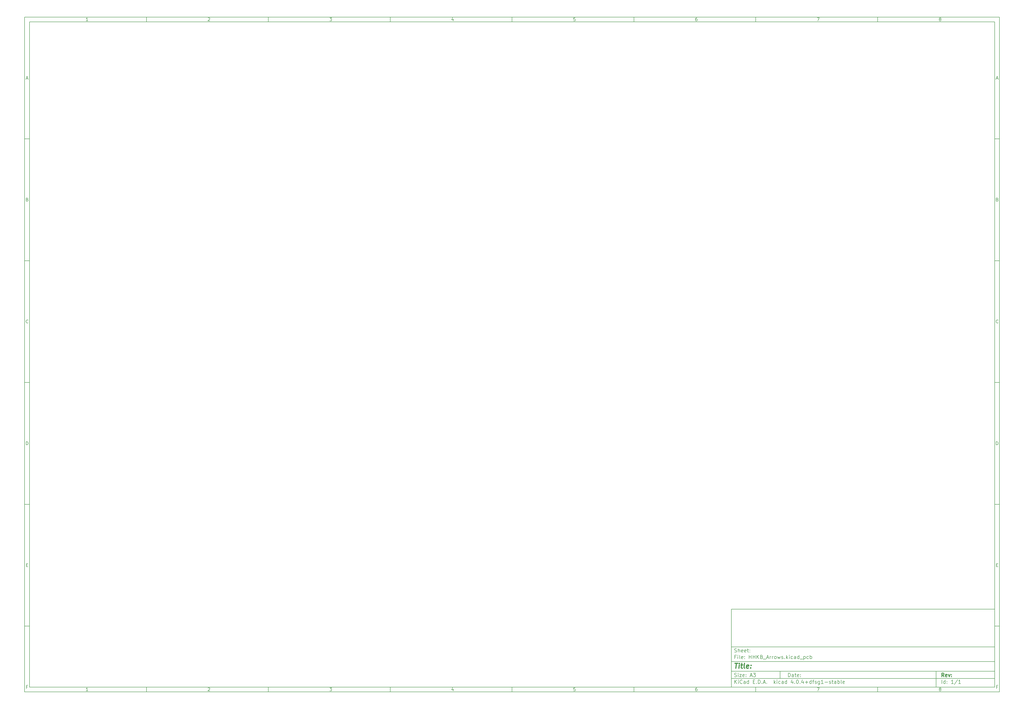
<source format=gbr>
G04 #@! TF.FileFunction,Other,Fab,Bot*
%FSLAX46Y46*%
G04 Gerber Fmt 4.6, Leading zero omitted, Abs format (unit mm)*
G04 Created by KiCad (PCBNEW 4.0.4+dfsg1-stable) date Tue Nov  8 21:14:36 2016*
%MOMM*%
%LPD*%
G01*
G04 APERTURE LIST*
%ADD10C,0.100000*%
%ADD11C,0.150000*%
%ADD12C,0.300000*%
%ADD13C,0.400000*%
G04 APERTURE END LIST*
D10*
D11*
X299989000Y-253002200D02*
X299989000Y-285002200D01*
X407989000Y-285002200D01*
X407989000Y-253002200D01*
X299989000Y-253002200D01*
D10*
D11*
X10000000Y-10000000D02*
X10000000Y-287002200D01*
X409989000Y-287002200D01*
X409989000Y-10000000D01*
X10000000Y-10000000D01*
D10*
D11*
X12000000Y-12000000D02*
X12000000Y-285002200D01*
X407989000Y-285002200D01*
X407989000Y-12000000D01*
X12000000Y-12000000D01*
D10*
D11*
X60000000Y-12000000D02*
X60000000Y-10000000D01*
D10*
D11*
X110000000Y-12000000D02*
X110000000Y-10000000D01*
D10*
D11*
X160000000Y-12000000D02*
X160000000Y-10000000D01*
D10*
D11*
X210000000Y-12000000D02*
X210000000Y-10000000D01*
D10*
D11*
X260000000Y-12000000D02*
X260000000Y-10000000D01*
D10*
D11*
X310000000Y-12000000D02*
X310000000Y-10000000D01*
D10*
D11*
X360000000Y-12000000D02*
X360000000Y-10000000D01*
D10*
D11*
X35990476Y-11588095D02*
X35247619Y-11588095D01*
X35619048Y-11588095D02*
X35619048Y-10288095D01*
X35495238Y-10473810D01*
X35371429Y-10597619D01*
X35247619Y-10659524D01*
D10*
D11*
X85247619Y-10411905D02*
X85309524Y-10350000D01*
X85433333Y-10288095D01*
X85742857Y-10288095D01*
X85866667Y-10350000D01*
X85928571Y-10411905D01*
X85990476Y-10535714D01*
X85990476Y-10659524D01*
X85928571Y-10845238D01*
X85185714Y-11588095D01*
X85990476Y-11588095D01*
D10*
D11*
X135185714Y-10288095D02*
X135990476Y-10288095D01*
X135557143Y-10783333D01*
X135742857Y-10783333D01*
X135866667Y-10845238D01*
X135928571Y-10907143D01*
X135990476Y-11030952D01*
X135990476Y-11340476D01*
X135928571Y-11464286D01*
X135866667Y-11526190D01*
X135742857Y-11588095D01*
X135371429Y-11588095D01*
X135247619Y-11526190D01*
X135185714Y-11464286D01*
D10*
D11*
X185866667Y-10721429D02*
X185866667Y-11588095D01*
X185557143Y-10226190D02*
X185247619Y-11154762D01*
X186052381Y-11154762D01*
D10*
D11*
X235928571Y-10288095D02*
X235309524Y-10288095D01*
X235247619Y-10907143D01*
X235309524Y-10845238D01*
X235433333Y-10783333D01*
X235742857Y-10783333D01*
X235866667Y-10845238D01*
X235928571Y-10907143D01*
X235990476Y-11030952D01*
X235990476Y-11340476D01*
X235928571Y-11464286D01*
X235866667Y-11526190D01*
X235742857Y-11588095D01*
X235433333Y-11588095D01*
X235309524Y-11526190D01*
X235247619Y-11464286D01*
D10*
D11*
X285866667Y-10288095D02*
X285619048Y-10288095D01*
X285495238Y-10350000D01*
X285433333Y-10411905D01*
X285309524Y-10597619D01*
X285247619Y-10845238D01*
X285247619Y-11340476D01*
X285309524Y-11464286D01*
X285371429Y-11526190D01*
X285495238Y-11588095D01*
X285742857Y-11588095D01*
X285866667Y-11526190D01*
X285928571Y-11464286D01*
X285990476Y-11340476D01*
X285990476Y-11030952D01*
X285928571Y-10907143D01*
X285866667Y-10845238D01*
X285742857Y-10783333D01*
X285495238Y-10783333D01*
X285371429Y-10845238D01*
X285309524Y-10907143D01*
X285247619Y-11030952D01*
D10*
D11*
X335185714Y-10288095D02*
X336052381Y-10288095D01*
X335495238Y-11588095D01*
D10*
D11*
X385495238Y-10845238D02*
X385371429Y-10783333D01*
X385309524Y-10721429D01*
X385247619Y-10597619D01*
X385247619Y-10535714D01*
X385309524Y-10411905D01*
X385371429Y-10350000D01*
X385495238Y-10288095D01*
X385742857Y-10288095D01*
X385866667Y-10350000D01*
X385928571Y-10411905D01*
X385990476Y-10535714D01*
X385990476Y-10597619D01*
X385928571Y-10721429D01*
X385866667Y-10783333D01*
X385742857Y-10845238D01*
X385495238Y-10845238D01*
X385371429Y-10907143D01*
X385309524Y-10969048D01*
X385247619Y-11092857D01*
X385247619Y-11340476D01*
X385309524Y-11464286D01*
X385371429Y-11526190D01*
X385495238Y-11588095D01*
X385742857Y-11588095D01*
X385866667Y-11526190D01*
X385928571Y-11464286D01*
X385990476Y-11340476D01*
X385990476Y-11092857D01*
X385928571Y-10969048D01*
X385866667Y-10907143D01*
X385742857Y-10845238D01*
D10*
D11*
X60000000Y-285002200D02*
X60000000Y-287002200D01*
D10*
D11*
X110000000Y-285002200D02*
X110000000Y-287002200D01*
D10*
D11*
X160000000Y-285002200D02*
X160000000Y-287002200D01*
D10*
D11*
X210000000Y-285002200D02*
X210000000Y-287002200D01*
D10*
D11*
X260000000Y-285002200D02*
X260000000Y-287002200D01*
D10*
D11*
X310000000Y-285002200D02*
X310000000Y-287002200D01*
D10*
D11*
X360000000Y-285002200D02*
X360000000Y-287002200D01*
D10*
D11*
X35990476Y-286590295D02*
X35247619Y-286590295D01*
X35619048Y-286590295D02*
X35619048Y-285290295D01*
X35495238Y-285476010D01*
X35371429Y-285599819D01*
X35247619Y-285661724D01*
D10*
D11*
X85247619Y-285414105D02*
X85309524Y-285352200D01*
X85433333Y-285290295D01*
X85742857Y-285290295D01*
X85866667Y-285352200D01*
X85928571Y-285414105D01*
X85990476Y-285537914D01*
X85990476Y-285661724D01*
X85928571Y-285847438D01*
X85185714Y-286590295D01*
X85990476Y-286590295D01*
D10*
D11*
X135185714Y-285290295D02*
X135990476Y-285290295D01*
X135557143Y-285785533D01*
X135742857Y-285785533D01*
X135866667Y-285847438D01*
X135928571Y-285909343D01*
X135990476Y-286033152D01*
X135990476Y-286342676D01*
X135928571Y-286466486D01*
X135866667Y-286528390D01*
X135742857Y-286590295D01*
X135371429Y-286590295D01*
X135247619Y-286528390D01*
X135185714Y-286466486D01*
D10*
D11*
X185866667Y-285723629D02*
X185866667Y-286590295D01*
X185557143Y-285228390D02*
X185247619Y-286156962D01*
X186052381Y-286156962D01*
D10*
D11*
X235928571Y-285290295D02*
X235309524Y-285290295D01*
X235247619Y-285909343D01*
X235309524Y-285847438D01*
X235433333Y-285785533D01*
X235742857Y-285785533D01*
X235866667Y-285847438D01*
X235928571Y-285909343D01*
X235990476Y-286033152D01*
X235990476Y-286342676D01*
X235928571Y-286466486D01*
X235866667Y-286528390D01*
X235742857Y-286590295D01*
X235433333Y-286590295D01*
X235309524Y-286528390D01*
X235247619Y-286466486D01*
D10*
D11*
X285866667Y-285290295D02*
X285619048Y-285290295D01*
X285495238Y-285352200D01*
X285433333Y-285414105D01*
X285309524Y-285599819D01*
X285247619Y-285847438D01*
X285247619Y-286342676D01*
X285309524Y-286466486D01*
X285371429Y-286528390D01*
X285495238Y-286590295D01*
X285742857Y-286590295D01*
X285866667Y-286528390D01*
X285928571Y-286466486D01*
X285990476Y-286342676D01*
X285990476Y-286033152D01*
X285928571Y-285909343D01*
X285866667Y-285847438D01*
X285742857Y-285785533D01*
X285495238Y-285785533D01*
X285371429Y-285847438D01*
X285309524Y-285909343D01*
X285247619Y-286033152D01*
D10*
D11*
X335185714Y-285290295D02*
X336052381Y-285290295D01*
X335495238Y-286590295D01*
D10*
D11*
X385495238Y-285847438D02*
X385371429Y-285785533D01*
X385309524Y-285723629D01*
X385247619Y-285599819D01*
X385247619Y-285537914D01*
X385309524Y-285414105D01*
X385371429Y-285352200D01*
X385495238Y-285290295D01*
X385742857Y-285290295D01*
X385866667Y-285352200D01*
X385928571Y-285414105D01*
X385990476Y-285537914D01*
X385990476Y-285599819D01*
X385928571Y-285723629D01*
X385866667Y-285785533D01*
X385742857Y-285847438D01*
X385495238Y-285847438D01*
X385371429Y-285909343D01*
X385309524Y-285971248D01*
X385247619Y-286095057D01*
X385247619Y-286342676D01*
X385309524Y-286466486D01*
X385371429Y-286528390D01*
X385495238Y-286590295D01*
X385742857Y-286590295D01*
X385866667Y-286528390D01*
X385928571Y-286466486D01*
X385990476Y-286342676D01*
X385990476Y-286095057D01*
X385928571Y-285971248D01*
X385866667Y-285909343D01*
X385742857Y-285847438D01*
D10*
D11*
X10000000Y-60000000D02*
X12000000Y-60000000D01*
D10*
D11*
X10000000Y-110000000D02*
X12000000Y-110000000D01*
D10*
D11*
X10000000Y-160000000D02*
X12000000Y-160000000D01*
D10*
D11*
X10000000Y-210000000D02*
X12000000Y-210000000D01*
D10*
D11*
X10000000Y-260000000D02*
X12000000Y-260000000D01*
D10*
D11*
X10690476Y-35216667D02*
X11309524Y-35216667D01*
X10566667Y-35588095D02*
X11000000Y-34288095D01*
X11433333Y-35588095D01*
D10*
D11*
X11092857Y-84907143D02*
X11278571Y-84969048D01*
X11340476Y-85030952D01*
X11402381Y-85154762D01*
X11402381Y-85340476D01*
X11340476Y-85464286D01*
X11278571Y-85526190D01*
X11154762Y-85588095D01*
X10659524Y-85588095D01*
X10659524Y-84288095D01*
X11092857Y-84288095D01*
X11216667Y-84350000D01*
X11278571Y-84411905D01*
X11340476Y-84535714D01*
X11340476Y-84659524D01*
X11278571Y-84783333D01*
X11216667Y-84845238D01*
X11092857Y-84907143D01*
X10659524Y-84907143D01*
D10*
D11*
X11402381Y-135464286D02*
X11340476Y-135526190D01*
X11154762Y-135588095D01*
X11030952Y-135588095D01*
X10845238Y-135526190D01*
X10721429Y-135402381D01*
X10659524Y-135278571D01*
X10597619Y-135030952D01*
X10597619Y-134845238D01*
X10659524Y-134597619D01*
X10721429Y-134473810D01*
X10845238Y-134350000D01*
X11030952Y-134288095D01*
X11154762Y-134288095D01*
X11340476Y-134350000D01*
X11402381Y-134411905D01*
D10*
D11*
X10659524Y-185588095D02*
X10659524Y-184288095D01*
X10969048Y-184288095D01*
X11154762Y-184350000D01*
X11278571Y-184473810D01*
X11340476Y-184597619D01*
X11402381Y-184845238D01*
X11402381Y-185030952D01*
X11340476Y-185278571D01*
X11278571Y-185402381D01*
X11154762Y-185526190D01*
X10969048Y-185588095D01*
X10659524Y-185588095D01*
D10*
D11*
X10721429Y-234907143D02*
X11154762Y-234907143D01*
X11340476Y-235588095D02*
X10721429Y-235588095D01*
X10721429Y-234288095D01*
X11340476Y-234288095D01*
D10*
D11*
X11185714Y-284907143D02*
X10752381Y-284907143D01*
X10752381Y-285588095D02*
X10752381Y-284288095D01*
X11371428Y-284288095D01*
D10*
D11*
X409989000Y-60000000D02*
X407989000Y-60000000D01*
D10*
D11*
X409989000Y-110000000D02*
X407989000Y-110000000D01*
D10*
D11*
X409989000Y-160000000D02*
X407989000Y-160000000D01*
D10*
D11*
X409989000Y-210000000D02*
X407989000Y-210000000D01*
D10*
D11*
X409989000Y-260000000D02*
X407989000Y-260000000D01*
D10*
D11*
X408679476Y-35216667D02*
X409298524Y-35216667D01*
X408555667Y-35588095D02*
X408989000Y-34288095D01*
X409422333Y-35588095D01*
D10*
D11*
X409081857Y-84907143D02*
X409267571Y-84969048D01*
X409329476Y-85030952D01*
X409391381Y-85154762D01*
X409391381Y-85340476D01*
X409329476Y-85464286D01*
X409267571Y-85526190D01*
X409143762Y-85588095D01*
X408648524Y-85588095D01*
X408648524Y-84288095D01*
X409081857Y-84288095D01*
X409205667Y-84350000D01*
X409267571Y-84411905D01*
X409329476Y-84535714D01*
X409329476Y-84659524D01*
X409267571Y-84783333D01*
X409205667Y-84845238D01*
X409081857Y-84907143D01*
X408648524Y-84907143D01*
D10*
D11*
X409391381Y-135464286D02*
X409329476Y-135526190D01*
X409143762Y-135588095D01*
X409019952Y-135588095D01*
X408834238Y-135526190D01*
X408710429Y-135402381D01*
X408648524Y-135278571D01*
X408586619Y-135030952D01*
X408586619Y-134845238D01*
X408648524Y-134597619D01*
X408710429Y-134473810D01*
X408834238Y-134350000D01*
X409019952Y-134288095D01*
X409143762Y-134288095D01*
X409329476Y-134350000D01*
X409391381Y-134411905D01*
D10*
D11*
X408648524Y-185588095D02*
X408648524Y-184288095D01*
X408958048Y-184288095D01*
X409143762Y-184350000D01*
X409267571Y-184473810D01*
X409329476Y-184597619D01*
X409391381Y-184845238D01*
X409391381Y-185030952D01*
X409329476Y-185278571D01*
X409267571Y-185402381D01*
X409143762Y-185526190D01*
X408958048Y-185588095D01*
X408648524Y-185588095D01*
D10*
D11*
X408710429Y-234907143D02*
X409143762Y-234907143D01*
X409329476Y-235588095D02*
X408710429Y-235588095D01*
X408710429Y-234288095D01*
X409329476Y-234288095D01*
D10*
D11*
X409174714Y-284907143D02*
X408741381Y-284907143D01*
X408741381Y-285588095D02*
X408741381Y-284288095D01*
X409360428Y-284288095D01*
D10*
D11*
X323346143Y-280780771D02*
X323346143Y-279280771D01*
X323703286Y-279280771D01*
X323917571Y-279352200D01*
X324060429Y-279495057D01*
X324131857Y-279637914D01*
X324203286Y-279923629D01*
X324203286Y-280137914D01*
X324131857Y-280423629D01*
X324060429Y-280566486D01*
X323917571Y-280709343D01*
X323703286Y-280780771D01*
X323346143Y-280780771D01*
X325489000Y-280780771D02*
X325489000Y-279995057D01*
X325417571Y-279852200D01*
X325274714Y-279780771D01*
X324989000Y-279780771D01*
X324846143Y-279852200D01*
X325489000Y-280709343D02*
X325346143Y-280780771D01*
X324989000Y-280780771D01*
X324846143Y-280709343D01*
X324774714Y-280566486D01*
X324774714Y-280423629D01*
X324846143Y-280280771D01*
X324989000Y-280209343D01*
X325346143Y-280209343D01*
X325489000Y-280137914D01*
X325989000Y-279780771D02*
X326560429Y-279780771D01*
X326203286Y-279280771D02*
X326203286Y-280566486D01*
X326274714Y-280709343D01*
X326417572Y-280780771D01*
X326560429Y-280780771D01*
X327631857Y-280709343D02*
X327489000Y-280780771D01*
X327203286Y-280780771D01*
X327060429Y-280709343D01*
X326989000Y-280566486D01*
X326989000Y-279995057D01*
X327060429Y-279852200D01*
X327203286Y-279780771D01*
X327489000Y-279780771D01*
X327631857Y-279852200D01*
X327703286Y-279995057D01*
X327703286Y-280137914D01*
X326989000Y-280280771D01*
X328346143Y-280637914D02*
X328417571Y-280709343D01*
X328346143Y-280780771D01*
X328274714Y-280709343D01*
X328346143Y-280637914D01*
X328346143Y-280780771D01*
X328346143Y-279852200D02*
X328417571Y-279923629D01*
X328346143Y-279995057D01*
X328274714Y-279923629D01*
X328346143Y-279852200D01*
X328346143Y-279995057D01*
D10*
D11*
X299989000Y-281502200D02*
X407989000Y-281502200D01*
D10*
D11*
X301346143Y-283580771D02*
X301346143Y-282080771D01*
X302203286Y-283580771D02*
X301560429Y-282723629D01*
X302203286Y-282080771D02*
X301346143Y-282937914D01*
X302846143Y-283580771D02*
X302846143Y-282580771D01*
X302846143Y-282080771D02*
X302774714Y-282152200D01*
X302846143Y-282223629D01*
X302917571Y-282152200D01*
X302846143Y-282080771D01*
X302846143Y-282223629D01*
X304417572Y-283437914D02*
X304346143Y-283509343D01*
X304131857Y-283580771D01*
X303989000Y-283580771D01*
X303774715Y-283509343D01*
X303631857Y-283366486D01*
X303560429Y-283223629D01*
X303489000Y-282937914D01*
X303489000Y-282723629D01*
X303560429Y-282437914D01*
X303631857Y-282295057D01*
X303774715Y-282152200D01*
X303989000Y-282080771D01*
X304131857Y-282080771D01*
X304346143Y-282152200D01*
X304417572Y-282223629D01*
X305703286Y-283580771D02*
X305703286Y-282795057D01*
X305631857Y-282652200D01*
X305489000Y-282580771D01*
X305203286Y-282580771D01*
X305060429Y-282652200D01*
X305703286Y-283509343D02*
X305560429Y-283580771D01*
X305203286Y-283580771D01*
X305060429Y-283509343D01*
X304989000Y-283366486D01*
X304989000Y-283223629D01*
X305060429Y-283080771D01*
X305203286Y-283009343D01*
X305560429Y-283009343D01*
X305703286Y-282937914D01*
X307060429Y-283580771D02*
X307060429Y-282080771D01*
X307060429Y-283509343D02*
X306917572Y-283580771D01*
X306631858Y-283580771D01*
X306489000Y-283509343D01*
X306417572Y-283437914D01*
X306346143Y-283295057D01*
X306346143Y-282866486D01*
X306417572Y-282723629D01*
X306489000Y-282652200D01*
X306631858Y-282580771D01*
X306917572Y-282580771D01*
X307060429Y-282652200D01*
X308917572Y-282795057D02*
X309417572Y-282795057D01*
X309631858Y-283580771D02*
X308917572Y-283580771D01*
X308917572Y-282080771D01*
X309631858Y-282080771D01*
X310274715Y-283437914D02*
X310346143Y-283509343D01*
X310274715Y-283580771D01*
X310203286Y-283509343D01*
X310274715Y-283437914D01*
X310274715Y-283580771D01*
X310989001Y-283580771D02*
X310989001Y-282080771D01*
X311346144Y-282080771D01*
X311560429Y-282152200D01*
X311703287Y-282295057D01*
X311774715Y-282437914D01*
X311846144Y-282723629D01*
X311846144Y-282937914D01*
X311774715Y-283223629D01*
X311703287Y-283366486D01*
X311560429Y-283509343D01*
X311346144Y-283580771D01*
X310989001Y-283580771D01*
X312489001Y-283437914D02*
X312560429Y-283509343D01*
X312489001Y-283580771D01*
X312417572Y-283509343D01*
X312489001Y-283437914D01*
X312489001Y-283580771D01*
X313131858Y-283152200D02*
X313846144Y-283152200D01*
X312989001Y-283580771D02*
X313489001Y-282080771D01*
X313989001Y-283580771D01*
X314489001Y-283437914D02*
X314560429Y-283509343D01*
X314489001Y-283580771D01*
X314417572Y-283509343D01*
X314489001Y-283437914D01*
X314489001Y-283580771D01*
X317489001Y-283580771D02*
X317489001Y-282080771D01*
X317631858Y-283009343D02*
X318060429Y-283580771D01*
X318060429Y-282580771D02*
X317489001Y-283152200D01*
X318703287Y-283580771D02*
X318703287Y-282580771D01*
X318703287Y-282080771D02*
X318631858Y-282152200D01*
X318703287Y-282223629D01*
X318774715Y-282152200D01*
X318703287Y-282080771D01*
X318703287Y-282223629D01*
X320060430Y-283509343D02*
X319917573Y-283580771D01*
X319631859Y-283580771D01*
X319489001Y-283509343D01*
X319417573Y-283437914D01*
X319346144Y-283295057D01*
X319346144Y-282866486D01*
X319417573Y-282723629D01*
X319489001Y-282652200D01*
X319631859Y-282580771D01*
X319917573Y-282580771D01*
X320060430Y-282652200D01*
X321346144Y-283580771D02*
X321346144Y-282795057D01*
X321274715Y-282652200D01*
X321131858Y-282580771D01*
X320846144Y-282580771D01*
X320703287Y-282652200D01*
X321346144Y-283509343D02*
X321203287Y-283580771D01*
X320846144Y-283580771D01*
X320703287Y-283509343D01*
X320631858Y-283366486D01*
X320631858Y-283223629D01*
X320703287Y-283080771D01*
X320846144Y-283009343D01*
X321203287Y-283009343D01*
X321346144Y-282937914D01*
X322703287Y-283580771D02*
X322703287Y-282080771D01*
X322703287Y-283509343D02*
X322560430Y-283580771D01*
X322274716Y-283580771D01*
X322131858Y-283509343D01*
X322060430Y-283437914D01*
X321989001Y-283295057D01*
X321989001Y-282866486D01*
X322060430Y-282723629D01*
X322131858Y-282652200D01*
X322274716Y-282580771D01*
X322560430Y-282580771D01*
X322703287Y-282652200D01*
X325203287Y-282580771D02*
X325203287Y-283580771D01*
X324846144Y-282009343D02*
X324489001Y-283080771D01*
X325417573Y-283080771D01*
X325989001Y-283437914D02*
X326060429Y-283509343D01*
X325989001Y-283580771D01*
X325917572Y-283509343D01*
X325989001Y-283437914D01*
X325989001Y-283580771D01*
X326989001Y-282080771D02*
X327131858Y-282080771D01*
X327274715Y-282152200D01*
X327346144Y-282223629D01*
X327417573Y-282366486D01*
X327489001Y-282652200D01*
X327489001Y-283009343D01*
X327417573Y-283295057D01*
X327346144Y-283437914D01*
X327274715Y-283509343D01*
X327131858Y-283580771D01*
X326989001Y-283580771D01*
X326846144Y-283509343D01*
X326774715Y-283437914D01*
X326703287Y-283295057D01*
X326631858Y-283009343D01*
X326631858Y-282652200D01*
X326703287Y-282366486D01*
X326774715Y-282223629D01*
X326846144Y-282152200D01*
X326989001Y-282080771D01*
X328131858Y-283437914D02*
X328203286Y-283509343D01*
X328131858Y-283580771D01*
X328060429Y-283509343D01*
X328131858Y-283437914D01*
X328131858Y-283580771D01*
X329489001Y-282580771D02*
X329489001Y-283580771D01*
X329131858Y-282009343D02*
X328774715Y-283080771D01*
X329703287Y-283080771D01*
X330274715Y-283009343D02*
X331417572Y-283009343D01*
X330846143Y-283580771D02*
X330846143Y-282437914D01*
X332774715Y-283580771D02*
X332774715Y-282080771D01*
X332774715Y-283509343D02*
X332631858Y-283580771D01*
X332346144Y-283580771D01*
X332203286Y-283509343D01*
X332131858Y-283437914D01*
X332060429Y-283295057D01*
X332060429Y-282866486D01*
X332131858Y-282723629D01*
X332203286Y-282652200D01*
X332346144Y-282580771D01*
X332631858Y-282580771D01*
X332774715Y-282652200D01*
X333274715Y-282580771D02*
X333846144Y-282580771D01*
X333489001Y-283580771D02*
X333489001Y-282295057D01*
X333560429Y-282152200D01*
X333703287Y-282080771D01*
X333846144Y-282080771D01*
X334274715Y-283509343D02*
X334417572Y-283580771D01*
X334703287Y-283580771D01*
X334846144Y-283509343D01*
X334917572Y-283366486D01*
X334917572Y-283295057D01*
X334846144Y-283152200D01*
X334703287Y-283080771D01*
X334489001Y-283080771D01*
X334346144Y-283009343D01*
X334274715Y-282866486D01*
X334274715Y-282795057D01*
X334346144Y-282652200D01*
X334489001Y-282580771D01*
X334703287Y-282580771D01*
X334846144Y-282652200D01*
X336203287Y-282580771D02*
X336203287Y-283795057D01*
X336131858Y-283937914D01*
X336060430Y-284009343D01*
X335917573Y-284080771D01*
X335703287Y-284080771D01*
X335560430Y-284009343D01*
X336203287Y-283509343D02*
X336060430Y-283580771D01*
X335774716Y-283580771D01*
X335631858Y-283509343D01*
X335560430Y-283437914D01*
X335489001Y-283295057D01*
X335489001Y-282866486D01*
X335560430Y-282723629D01*
X335631858Y-282652200D01*
X335774716Y-282580771D01*
X336060430Y-282580771D01*
X336203287Y-282652200D01*
X337703287Y-283580771D02*
X336846144Y-283580771D01*
X337274716Y-283580771D02*
X337274716Y-282080771D01*
X337131859Y-282295057D01*
X336989001Y-282437914D01*
X336846144Y-282509343D01*
X338346144Y-283009343D02*
X339489001Y-283009343D01*
X340131858Y-283509343D02*
X340274715Y-283580771D01*
X340560430Y-283580771D01*
X340703287Y-283509343D01*
X340774715Y-283366486D01*
X340774715Y-283295057D01*
X340703287Y-283152200D01*
X340560430Y-283080771D01*
X340346144Y-283080771D01*
X340203287Y-283009343D01*
X340131858Y-282866486D01*
X340131858Y-282795057D01*
X340203287Y-282652200D01*
X340346144Y-282580771D01*
X340560430Y-282580771D01*
X340703287Y-282652200D01*
X341203287Y-282580771D02*
X341774716Y-282580771D01*
X341417573Y-282080771D02*
X341417573Y-283366486D01*
X341489001Y-283509343D01*
X341631859Y-283580771D01*
X341774716Y-283580771D01*
X342917573Y-283580771D02*
X342917573Y-282795057D01*
X342846144Y-282652200D01*
X342703287Y-282580771D01*
X342417573Y-282580771D01*
X342274716Y-282652200D01*
X342917573Y-283509343D02*
X342774716Y-283580771D01*
X342417573Y-283580771D01*
X342274716Y-283509343D01*
X342203287Y-283366486D01*
X342203287Y-283223629D01*
X342274716Y-283080771D01*
X342417573Y-283009343D01*
X342774716Y-283009343D01*
X342917573Y-282937914D01*
X343631859Y-283580771D02*
X343631859Y-282080771D01*
X343631859Y-282652200D02*
X343774716Y-282580771D01*
X344060430Y-282580771D01*
X344203287Y-282652200D01*
X344274716Y-282723629D01*
X344346145Y-282866486D01*
X344346145Y-283295057D01*
X344274716Y-283437914D01*
X344203287Y-283509343D01*
X344060430Y-283580771D01*
X343774716Y-283580771D01*
X343631859Y-283509343D01*
X345203288Y-283580771D02*
X345060430Y-283509343D01*
X344989002Y-283366486D01*
X344989002Y-282080771D01*
X346346144Y-283509343D02*
X346203287Y-283580771D01*
X345917573Y-283580771D01*
X345774716Y-283509343D01*
X345703287Y-283366486D01*
X345703287Y-282795057D01*
X345774716Y-282652200D01*
X345917573Y-282580771D01*
X346203287Y-282580771D01*
X346346144Y-282652200D01*
X346417573Y-282795057D01*
X346417573Y-282937914D01*
X345703287Y-283080771D01*
D10*
D11*
X299989000Y-278502200D02*
X407989000Y-278502200D01*
D10*
D12*
X387203286Y-280780771D02*
X386703286Y-280066486D01*
X386346143Y-280780771D02*
X386346143Y-279280771D01*
X386917571Y-279280771D01*
X387060429Y-279352200D01*
X387131857Y-279423629D01*
X387203286Y-279566486D01*
X387203286Y-279780771D01*
X387131857Y-279923629D01*
X387060429Y-279995057D01*
X386917571Y-280066486D01*
X386346143Y-280066486D01*
X388417571Y-280709343D02*
X388274714Y-280780771D01*
X387989000Y-280780771D01*
X387846143Y-280709343D01*
X387774714Y-280566486D01*
X387774714Y-279995057D01*
X387846143Y-279852200D01*
X387989000Y-279780771D01*
X388274714Y-279780771D01*
X388417571Y-279852200D01*
X388489000Y-279995057D01*
X388489000Y-280137914D01*
X387774714Y-280280771D01*
X388989000Y-279780771D02*
X389346143Y-280780771D01*
X389703285Y-279780771D01*
X390274714Y-280637914D02*
X390346142Y-280709343D01*
X390274714Y-280780771D01*
X390203285Y-280709343D01*
X390274714Y-280637914D01*
X390274714Y-280780771D01*
X390274714Y-279852200D02*
X390346142Y-279923629D01*
X390274714Y-279995057D01*
X390203285Y-279923629D01*
X390274714Y-279852200D01*
X390274714Y-279995057D01*
D10*
D11*
X301274714Y-280709343D02*
X301489000Y-280780771D01*
X301846143Y-280780771D01*
X301989000Y-280709343D01*
X302060429Y-280637914D01*
X302131857Y-280495057D01*
X302131857Y-280352200D01*
X302060429Y-280209343D01*
X301989000Y-280137914D01*
X301846143Y-280066486D01*
X301560429Y-279995057D01*
X301417571Y-279923629D01*
X301346143Y-279852200D01*
X301274714Y-279709343D01*
X301274714Y-279566486D01*
X301346143Y-279423629D01*
X301417571Y-279352200D01*
X301560429Y-279280771D01*
X301917571Y-279280771D01*
X302131857Y-279352200D01*
X302774714Y-280780771D02*
X302774714Y-279780771D01*
X302774714Y-279280771D02*
X302703285Y-279352200D01*
X302774714Y-279423629D01*
X302846142Y-279352200D01*
X302774714Y-279280771D01*
X302774714Y-279423629D01*
X303346143Y-279780771D02*
X304131857Y-279780771D01*
X303346143Y-280780771D01*
X304131857Y-280780771D01*
X305274714Y-280709343D02*
X305131857Y-280780771D01*
X304846143Y-280780771D01*
X304703286Y-280709343D01*
X304631857Y-280566486D01*
X304631857Y-279995057D01*
X304703286Y-279852200D01*
X304846143Y-279780771D01*
X305131857Y-279780771D01*
X305274714Y-279852200D01*
X305346143Y-279995057D01*
X305346143Y-280137914D01*
X304631857Y-280280771D01*
X305989000Y-280637914D02*
X306060428Y-280709343D01*
X305989000Y-280780771D01*
X305917571Y-280709343D01*
X305989000Y-280637914D01*
X305989000Y-280780771D01*
X305989000Y-279852200D02*
X306060428Y-279923629D01*
X305989000Y-279995057D01*
X305917571Y-279923629D01*
X305989000Y-279852200D01*
X305989000Y-279995057D01*
X307774714Y-280352200D02*
X308489000Y-280352200D01*
X307631857Y-280780771D02*
X308131857Y-279280771D01*
X308631857Y-280780771D01*
X308989000Y-279280771D02*
X309917571Y-279280771D01*
X309417571Y-279852200D01*
X309631857Y-279852200D01*
X309774714Y-279923629D01*
X309846143Y-279995057D01*
X309917571Y-280137914D01*
X309917571Y-280495057D01*
X309846143Y-280637914D01*
X309774714Y-280709343D01*
X309631857Y-280780771D01*
X309203285Y-280780771D01*
X309060428Y-280709343D01*
X308989000Y-280637914D01*
D10*
D11*
X386346143Y-283580771D02*
X386346143Y-282080771D01*
X387703286Y-283580771D02*
X387703286Y-282080771D01*
X387703286Y-283509343D02*
X387560429Y-283580771D01*
X387274715Y-283580771D01*
X387131857Y-283509343D01*
X387060429Y-283437914D01*
X386989000Y-283295057D01*
X386989000Y-282866486D01*
X387060429Y-282723629D01*
X387131857Y-282652200D01*
X387274715Y-282580771D01*
X387560429Y-282580771D01*
X387703286Y-282652200D01*
X388417572Y-283437914D02*
X388489000Y-283509343D01*
X388417572Y-283580771D01*
X388346143Y-283509343D01*
X388417572Y-283437914D01*
X388417572Y-283580771D01*
X388417572Y-282652200D02*
X388489000Y-282723629D01*
X388417572Y-282795057D01*
X388346143Y-282723629D01*
X388417572Y-282652200D01*
X388417572Y-282795057D01*
X391060429Y-283580771D02*
X390203286Y-283580771D01*
X390631858Y-283580771D02*
X390631858Y-282080771D01*
X390489001Y-282295057D01*
X390346143Y-282437914D01*
X390203286Y-282509343D01*
X392774714Y-282009343D02*
X391489000Y-283937914D01*
X394060429Y-283580771D02*
X393203286Y-283580771D01*
X393631858Y-283580771D02*
X393631858Y-282080771D01*
X393489001Y-282295057D01*
X393346143Y-282437914D01*
X393203286Y-282509343D01*
D10*
D11*
X299989000Y-274502200D02*
X407989000Y-274502200D01*
D10*
D13*
X301441381Y-275206962D02*
X302584238Y-275206962D01*
X301762810Y-277206962D02*
X302012810Y-275206962D01*
X303000905Y-277206962D02*
X303167571Y-275873629D01*
X303250905Y-275206962D02*
X303143762Y-275302200D01*
X303227095Y-275397438D01*
X303334239Y-275302200D01*
X303250905Y-275206962D01*
X303227095Y-275397438D01*
X303834238Y-275873629D02*
X304596143Y-275873629D01*
X304203286Y-275206962D02*
X303989000Y-276921248D01*
X304060430Y-277111724D01*
X304239001Y-277206962D01*
X304429477Y-277206962D01*
X305381858Y-277206962D02*
X305203287Y-277111724D01*
X305131857Y-276921248D01*
X305346143Y-275206962D01*
X306917572Y-277111724D02*
X306715191Y-277206962D01*
X306334239Y-277206962D01*
X306155667Y-277111724D01*
X306084238Y-276921248D01*
X306179476Y-276159343D01*
X306298524Y-275968867D01*
X306500905Y-275873629D01*
X306881857Y-275873629D01*
X307060429Y-275968867D01*
X307131857Y-276159343D01*
X307108048Y-276349819D01*
X306131857Y-276540295D01*
X307881857Y-277016486D02*
X307965192Y-277111724D01*
X307858048Y-277206962D01*
X307774715Y-277111724D01*
X307881857Y-277016486D01*
X307858048Y-277206962D01*
X308012810Y-275968867D02*
X308096144Y-276064105D01*
X307989000Y-276159343D01*
X307905667Y-276064105D01*
X308012810Y-275968867D01*
X307989000Y-276159343D01*
D10*
D11*
X301846143Y-272595057D02*
X301346143Y-272595057D01*
X301346143Y-273380771D02*
X301346143Y-271880771D01*
X302060429Y-271880771D01*
X302631857Y-273380771D02*
X302631857Y-272380771D01*
X302631857Y-271880771D02*
X302560428Y-271952200D01*
X302631857Y-272023629D01*
X302703285Y-271952200D01*
X302631857Y-271880771D01*
X302631857Y-272023629D01*
X303560429Y-273380771D02*
X303417571Y-273309343D01*
X303346143Y-273166486D01*
X303346143Y-271880771D01*
X304703285Y-273309343D02*
X304560428Y-273380771D01*
X304274714Y-273380771D01*
X304131857Y-273309343D01*
X304060428Y-273166486D01*
X304060428Y-272595057D01*
X304131857Y-272452200D01*
X304274714Y-272380771D01*
X304560428Y-272380771D01*
X304703285Y-272452200D01*
X304774714Y-272595057D01*
X304774714Y-272737914D01*
X304060428Y-272880771D01*
X305417571Y-273237914D02*
X305488999Y-273309343D01*
X305417571Y-273380771D01*
X305346142Y-273309343D01*
X305417571Y-273237914D01*
X305417571Y-273380771D01*
X305417571Y-272452200D02*
X305488999Y-272523629D01*
X305417571Y-272595057D01*
X305346142Y-272523629D01*
X305417571Y-272452200D01*
X305417571Y-272595057D01*
X307274714Y-273380771D02*
X307274714Y-271880771D01*
X307274714Y-272595057D02*
X308131857Y-272595057D01*
X308131857Y-273380771D02*
X308131857Y-271880771D01*
X308846143Y-273380771D02*
X308846143Y-271880771D01*
X308846143Y-272595057D02*
X309703286Y-272595057D01*
X309703286Y-273380771D02*
X309703286Y-271880771D01*
X310417572Y-273380771D02*
X310417572Y-271880771D01*
X311274715Y-273380771D02*
X310631858Y-272523629D01*
X311274715Y-271880771D02*
X310417572Y-272737914D01*
X312417572Y-272595057D02*
X312631858Y-272666486D01*
X312703286Y-272737914D01*
X312774715Y-272880771D01*
X312774715Y-273095057D01*
X312703286Y-273237914D01*
X312631858Y-273309343D01*
X312489000Y-273380771D01*
X311917572Y-273380771D01*
X311917572Y-271880771D01*
X312417572Y-271880771D01*
X312560429Y-271952200D01*
X312631858Y-272023629D01*
X312703286Y-272166486D01*
X312703286Y-272309343D01*
X312631858Y-272452200D01*
X312560429Y-272523629D01*
X312417572Y-272595057D01*
X311917572Y-272595057D01*
X313060429Y-273523629D02*
X314203286Y-273523629D01*
X314489000Y-272952200D02*
X315203286Y-272952200D01*
X314346143Y-273380771D02*
X314846143Y-271880771D01*
X315346143Y-273380771D01*
X315846143Y-273380771D02*
X315846143Y-272380771D01*
X315846143Y-272666486D02*
X315917571Y-272523629D01*
X315989000Y-272452200D01*
X316131857Y-272380771D01*
X316274714Y-272380771D01*
X316774714Y-273380771D02*
X316774714Y-272380771D01*
X316774714Y-272666486D02*
X316846142Y-272523629D01*
X316917571Y-272452200D01*
X317060428Y-272380771D01*
X317203285Y-272380771D01*
X317917571Y-273380771D02*
X317774713Y-273309343D01*
X317703285Y-273237914D01*
X317631856Y-273095057D01*
X317631856Y-272666486D01*
X317703285Y-272523629D01*
X317774713Y-272452200D01*
X317917571Y-272380771D01*
X318131856Y-272380771D01*
X318274713Y-272452200D01*
X318346142Y-272523629D01*
X318417571Y-272666486D01*
X318417571Y-273095057D01*
X318346142Y-273237914D01*
X318274713Y-273309343D01*
X318131856Y-273380771D01*
X317917571Y-273380771D01*
X318917571Y-272380771D02*
X319203285Y-273380771D01*
X319488999Y-272666486D01*
X319774714Y-273380771D01*
X320060428Y-272380771D01*
X320560428Y-273309343D02*
X320703285Y-273380771D01*
X320989000Y-273380771D01*
X321131857Y-273309343D01*
X321203285Y-273166486D01*
X321203285Y-273095057D01*
X321131857Y-272952200D01*
X320989000Y-272880771D01*
X320774714Y-272880771D01*
X320631857Y-272809343D01*
X320560428Y-272666486D01*
X320560428Y-272595057D01*
X320631857Y-272452200D01*
X320774714Y-272380771D01*
X320989000Y-272380771D01*
X321131857Y-272452200D01*
X321846143Y-273237914D02*
X321917571Y-273309343D01*
X321846143Y-273380771D01*
X321774714Y-273309343D01*
X321846143Y-273237914D01*
X321846143Y-273380771D01*
X322560429Y-273380771D02*
X322560429Y-271880771D01*
X322703286Y-272809343D02*
X323131857Y-273380771D01*
X323131857Y-272380771D02*
X322560429Y-272952200D01*
X323774715Y-273380771D02*
X323774715Y-272380771D01*
X323774715Y-271880771D02*
X323703286Y-271952200D01*
X323774715Y-272023629D01*
X323846143Y-271952200D01*
X323774715Y-271880771D01*
X323774715Y-272023629D01*
X325131858Y-273309343D02*
X324989001Y-273380771D01*
X324703287Y-273380771D01*
X324560429Y-273309343D01*
X324489001Y-273237914D01*
X324417572Y-273095057D01*
X324417572Y-272666486D01*
X324489001Y-272523629D01*
X324560429Y-272452200D01*
X324703287Y-272380771D01*
X324989001Y-272380771D01*
X325131858Y-272452200D01*
X326417572Y-273380771D02*
X326417572Y-272595057D01*
X326346143Y-272452200D01*
X326203286Y-272380771D01*
X325917572Y-272380771D01*
X325774715Y-272452200D01*
X326417572Y-273309343D02*
X326274715Y-273380771D01*
X325917572Y-273380771D01*
X325774715Y-273309343D01*
X325703286Y-273166486D01*
X325703286Y-273023629D01*
X325774715Y-272880771D01*
X325917572Y-272809343D01*
X326274715Y-272809343D01*
X326417572Y-272737914D01*
X327774715Y-273380771D02*
X327774715Y-271880771D01*
X327774715Y-273309343D02*
X327631858Y-273380771D01*
X327346144Y-273380771D01*
X327203286Y-273309343D01*
X327131858Y-273237914D01*
X327060429Y-273095057D01*
X327060429Y-272666486D01*
X327131858Y-272523629D01*
X327203286Y-272452200D01*
X327346144Y-272380771D01*
X327631858Y-272380771D01*
X327774715Y-272452200D01*
X328131858Y-273523629D02*
X329274715Y-273523629D01*
X329631858Y-272380771D02*
X329631858Y-273880771D01*
X329631858Y-272452200D02*
X329774715Y-272380771D01*
X330060429Y-272380771D01*
X330203286Y-272452200D01*
X330274715Y-272523629D01*
X330346144Y-272666486D01*
X330346144Y-273095057D01*
X330274715Y-273237914D01*
X330203286Y-273309343D01*
X330060429Y-273380771D01*
X329774715Y-273380771D01*
X329631858Y-273309343D01*
X331631858Y-273309343D02*
X331489001Y-273380771D01*
X331203287Y-273380771D01*
X331060429Y-273309343D01*
X330989001Y-273237914D01*
X330917572Y-273095057D01*
X330917572Y-272666486D01*
X330989001Y-272523629D01*
X331060429Y-272452200D01*
X331203287Y-272380771D01*
X331489001Y-272380771D01*
X331631858Y-272452200D01*
X332274715Y-273380771D02*
X332274715Y-271880771D01*
X332274715Y-272452200D02*
X332417572Y-272380771D01*
X332703286Y-272380771D01*
X332846143Y-272452200D01*
X332917572Y-272523629D01*
X332989001Y-272666486D01*
X332989001Y-273095057D01*
X332917572Y-273237914D01*
X332846143Y-273309343D01*
X332703286Y-273380771D01*
X332417572Y-273380771D01*
X332274715Y-273309343D01*
D10*
D11*
X299989000Y-268502200D02*
X407989000Y-268502200D01*
D10*
D11*
X301274714Y-270609343D02*
X301489000Y-270680771D01*
X301846143Y-270680771D01*
X301989000Y-270609343D01*
X302060429Y-270537914D01*
X302131857Y-270395057D01*
X302131857Y-270252200D01*
X302060429Y-270109343D01*
X301989000Y-270037914D01*
X301846143Y-269966486D01*
X301560429Y-269895057D01*
X301417571Y-269823629D01*
X301346143Y-269752200D01*
X301274714Y-269609343D01*
X301274714Y-269466486D01*
X301346143Y-269323629D01*
X301417571Y-269252200D01*
X301560429Y-269180771D01*
X301917571Y-269180771D01*
X302131857Y-269252200D01*
X302774714Y-270680771D02*
X302774714Y-269180771D01*
X303417571Y-270680771D02*
X303417571Y-269895057D01*
X303346142Y-269752200D01*
X303203285Y-269680771D01*
X302989000Y-269680771D01*
X302846142Y-269752200D01*
X302774714Y-269823629D01*
X304703285Y-270609343D02*
X304560428Y-270680771D01*
X304274714Y-270680771D01*
X304131857Y-270609343D01*
X304060428Y-270466486D01*
X304060428Y-269895057D01*
X304131857Y-269752200D01*
X304274714Y-269680771D01*
X304560428Y-269680771D01*
X304703285Y-269752200D01*
X304774714Y-269895057D01*
X304774714Y-270037914D01*
X304060428Y-270180771D01*
X305988999Y-270609343D02*
X305846142Y-270680771D01*
X305560428Y-270680771D01*
X305417571Y-270609343D01*
X305346142Y-270466486D01*
X305346142Y-269895057D01*
X305417571Y-269752200D01*
X305560428Y-269680771D01*
X305846142Y-269680771D01*
X305988999Y-269752200D01*
X306060428Y-269895057D01*
X306060428Y-270037914D01*
X305346142Y-270180771D01*
X306488999Y-269680771D02*
X307060428Y-269680771D01*
X306703285Y-269180771D02*
X306703285Y-270466486D01*
X306774713Y-270609343D01*
X306917571Y-270680771D01*
X307060428Y-270680771D01*
X307560428Y-270537914D02*
X307631856Y-270609343D01*
X307560428Y-270680771D01*
X307488999Y-270609343D01*
X307560428Y-270537914D01*
X307560428Y-270680771D01*
X307560428Y-269752200D02*
X307631856Y-269823629D01*
X307560428Y-269895057D01*
X307488999Y-269823629D01*
X307560428Y-269752200D01*
X307560428Y-269895057D01*
D10*
D11*
X319989000Y-278502200D02*
X319989000Y-281502200D01*
D10*
D11*
X383989000Y-278502200D02*
X383989000Y-285002200D01*
M02*

</source>
